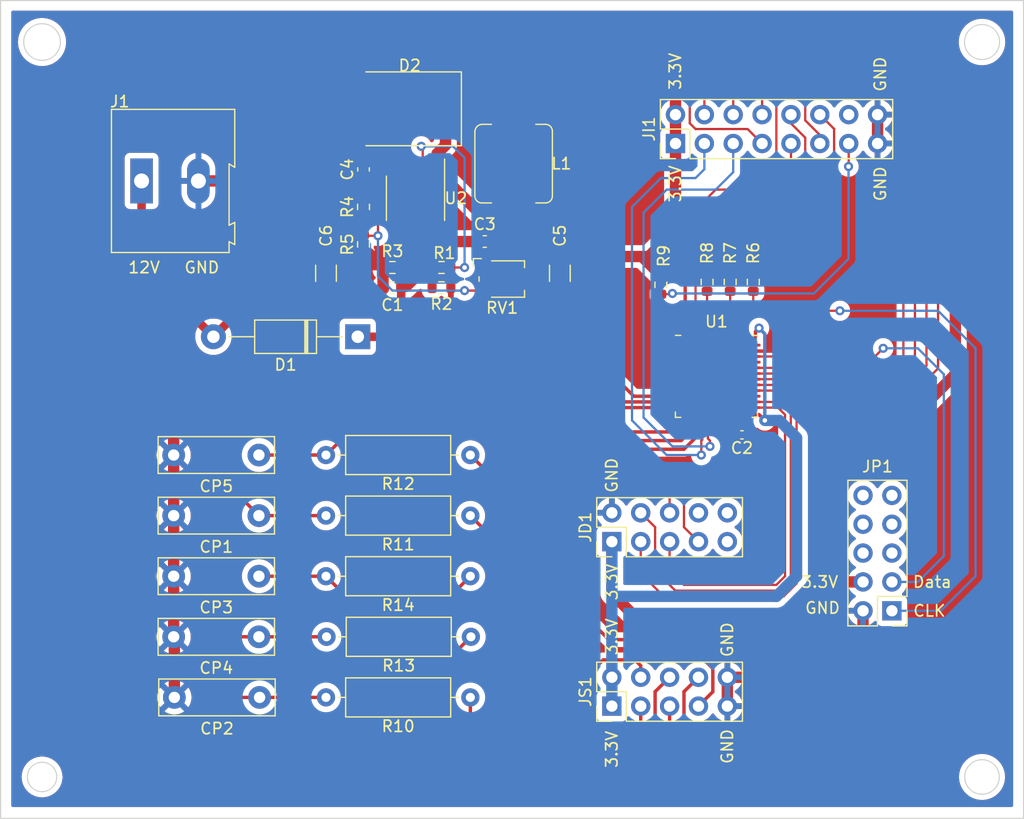
<source format=kicad_pcb>
(kicad_pcb (version 20211014) (generator pcbnew)
  (layers (0 "F.Cu" signal) (31 "B.Cu" signal) (34 "B.Paste" user) (35 "F.Paste" user) (36 "B.SilkS" user "B.Silkscreen") (37 "F.SilkS" user "F.Silkscreen") (38 "B.Mask" user) (39 "F.Mask" user) (44 "Edge.Cuts" user))
  (net 0 "")
  (net 1 "GND")
  (net 2 "Net-(C1-Pad2)")
  (net 3 "Net-(C3-Pad1)")
  (net 4 "Net-(C3-Pad2)")
  (net 5 "Net-(C4-Pad1)")
  (net 6 "Net-(C4-Pad2)")
  (net 7 "+3.3V")
  (net 8 "Net-(CP1-Pad1)")
  (net 9 "Net-(CP2-Pad1)")
  (net 10 "Net-(CP3-Pad1)")
  (net 11 "Net-(CP4-Pad1)")
  (net 12 "Net-(CP5-Pad1)")
  (net 13 "+12V")
  (net 14 "Net-(JD1-Pad3)")
  (net 15 "Net-(JD1-Pad4)")
  (net 16 "Net-(JD1-Pad5)")
  (net 17 "Net-(JD1-Pad6)")
  (net 18 "Net-(JD1-Pad7)")
  (net 22 "Net-(JI1-Pad3)")
  (net 23 "Net-(JI1-Pad4)")
  (net 24 "Net-(JI1-Pad5)")
  (net 25 "Net-(JI1-Pad6)")
  (net 26 "Net-(JI1-Pad7)")
  (net 27 "Net-(JI1-Pad8)")
  (net 28 "Net-(JI1-Pad9)")
  (net 29 "Net-(JI1-Pad10)")
  (net 30 "Net-(JI1-Pad11)")
  (net 31 "Net-(JI1-Pad12)")
  (net 32 "Net-(JI1-Pad13)")
  (net 34 "Net-(JS1-Pad3)")
  (net 35 "Net-(JS1-Pad4)")
  (net 36 "Net-(JS1-Pad5)")
  (net 37 "Net-(JS1-Pad6)")
  (net 38 "Net-(JS1-Pad7)")
  (net 39 "Net-(JS1-Pad8)")
  (net 40 "Net-(R1-Pad1)")
  (net 41 "Net-(R3-Pad2)")
  (net 42 "Net-(R5-Pad2)")
  (net 43 "Net-(R6-Pad1)")
  (net 44 "Net-(R7-Pad1)")
  (net 45 "Net-(R8-Pad1)")
  (net 60 "Net-(C2-Pad2)")
  (net 67 "Net-(U1-Pad37)")
  (net 68 "Net-(U1-Pad34)")
  (footprint "Connector_PinHeader_2.54mm:PinHeader_2x05_P2.54mm_Vertical" (layer "F.Cu") (at 153.421 93.721 180)
    (fp_text reference "JP1")
    (fp_text value "Programming")
  )
  (footprint "Capacitor_THT:C_Rect_L10.0mm_W3.0mm_P7.50mm_MKS4" (layer "F.Cu") (at 97.73 96.012 180)
    (fp_text reference "CP4")
    (fp_text value "1µF")
  )
  (footprint "Package_SO:SOIC-8-1EP_3.9x4.9mm_P1.27mm_EP2.62x3.51mm" (layer "F.Cu") (at 111.506 57.404 -90)
    (fp_text reference "U2")
    (fp_text value "MP1584EN")
  )
  (footprint "Resistor_SMD:R_0603_1608Metric" (layer "F.Cu") (at 139.192 64.77 90)
    (fp_text reference "R7")
    (fp_text value "R")
  )
  (footprint "Resistor_THT:R_Axial_DIN0309_L9.0mm_D3.2mm_P12.70mm_Horizontal" (layer "F.Cu") (at 103.632 101.346)
    (fp_text reference "R10")
    (fp_text value "R")
  )
  (footprint "Capacitor_THT:C_Rect_L10.0mm_W3.0mm_P7.50mm_MKS4" (layer "F.Cu") (at 97.79 101.346 180)
    (fp_text reference "CP2")
    (fp_text value "1µF")
  )
  (footprint "Capacitor_THT:C_Rect_L10.0mm_W3.0mm_P7.50mm_MKS4" (layer "F.Cu") (at 97.73 85.344 180)
    (fp_text reference "CP1")
    (fp_text value "1µF")
  )
  (footprint "Connector_PinHeader_2.54mm:PinHeader_2x05_P2.54mm_Vertical" (layer "F.Cu") (at 128.783 87.635 90)
    (fp_text reference "JD1")
    (fp_text value "Display")
  )
  (footprint "Resistor_SMD:R_0603_1608Metric" (layer "F.Cu") (at 113.792 65.278 180)
    (fp_text reference "R2")
    (fp_text value "100k")
  )
  (footprint "Resistor_SMD:R_0603_1608Metric" (layer "F.Cu") (at 106.934 61.468 90)
    (fp_text reference "R5")
    (fp_text value "8.2k")
  )
  (footprint "Resistor_THT:R_Axial_DIN0309_L9.0mm_D3.2mm_P12.70mm_Horizontal" (layer "F.Cu") (at 103.632 80.01)
    (fp_text reference "R12")
    (fp_text value "R")
  )
  (footprint "Diode_SMD:D_SMC" (layer "F.Cu") (at 110.744 49.53 180)
    (fp_text reference "D2")
    (fp_text value "SS34")
  )
  (footprint "Capacitor_SMD:C_0402_1005Metric" (layer "F.Cu") (at 140.228 78.232 180)
    (fp_text reference "C2")
    (fp_text value "2.2µF")
  )
  (footprint "Resistor_SMD:R_0603_1608Metric" (layer "F.Cu") (at 137.16 64.77 90)
    (fp_text reference "R8")
    (fp_text value "R")
  )
  (footprint "Capacitor_THT:C_Rect_L10.0mm_W3.0mm_P7.50mm_MKS4" (layer "F.Cu") (at 97.73 80.01 180)
    (fp_text reference "CP5")
    (fp_text value "1µF")
  )
  (footprint "Capacitor_SMD:C_0603_1608Metric" (layer "F.Cu") (at 106.934 54.864 90)
    (fp_text reference "C4")
    (fp_text value "C")
  )
  (footprint "Capacitor_SMD:C_0603_1608Metric" (layer "F.Cu") (at 117.602 61.214)
    (fp_text reference "C3")
    (fp_text value "C")
  )
  (footprint "Resistor_THT:R_Axial_DIN0309_L9.0mm_D3.2mm_P12.70mm_Horizontal" (layer "F.Cu") (at 116.38 96.012 180)
    (fp_text reference "R13")
    (fp_text value "R")
  )
  (footprint "Resistor_THT:R_Axial_DIN0309_L9.0mm_D3.2mm_P12.70mm_Horizontal" (layer "F.Cu") (at 103.632 85.344)
    (fp_text reference "R11")
    (fp_text value "R")
  )
  (footprint "Resistor_SMD:R_0603_1608Metric" (layer "F.Cu") (at 133.096 65.024 90)
    (fp_text reference "R9")
    (fp_text value "R")
  )
  (footprint "Resistor_SMD:R_0603_1608Metric" (layer "F.Cu") (at 113.792 63.5 180)
    (fp_text reference "R1")
    (fp_text value "100k")
  )
  (footprint "Connector_PinHeader_2.54mm:PinHeader_2x08_P2.54mm_Vertical" (layer "F.Cu") (at 134.381 52.583 90)
    (fp_text reference "JI1")
    (fp_text value "Info/Switches")
  )
  (footprint "Inductor_SMD:L_Bourns_SRP7028A_7.3x6.6mm" (layer "F.Cu") (at 120.142 54.356 -90)
    (fp_text reference "L1")
    (fp_text value "L")
  )
  (footprint "Capacitor_SMD:C_0603_1608Metric" (layer "F.Cu") (at 109.474 65.278)
    (fp_text reference "C1")
    (fp_text value "C")
  )
  (footprint "Resistor_SMD:R_0603_1608Metric" (layer "F.Cu") (at 141.224 64.77 90)
    (fp_text reference "R6")
    (fp_text value "R")
  )
  (footprint "Package_DFN_QFN:QFN-48-1EP_7x7mm_P0.5mm_EP5.6x5.6mm" (layer "F.Cu") (at 137.984 73.084)
    (fp_text reference "U1")
    (fp_text value "STM32F401CCUx")
  )
  (footprint "Resistor_THT:R_Axial_DIN0309_L9.0mm_D3.2mm_P12.70mm_Horizontal" (layer "F.Cu") (at 116.332 90.678 180)
    (fp_text reference "R14")
    (fp_text value "R")
  )
  (footprint "Diode_THT:D_DO-41_SOD81_P12.70mm_Horizontal" (layer "F.Cu") (at 106.426 69.596 180)
    (fp_text reference "D1")
    (fp_text value "1N5408")
  )
  (footprint "Capacitor_SMD:C_1206_3216Metric" (layer "F.Cu") (at 124.206 64.008 90)
    (fp_text reference "C5")
    (fp_text value "C")
  )
  (footprint "Potentiometer_SMD:Potentiometer_Bourns_TC33X_Vertical" (layer "F.Cu") (at 119.2 64.516)
    (fp_text reference "RV1")
    (fp_text value "R_Potentiometer")
  )
  (footprint "Capacitor_SMD:C_1206_3216Metric" (layer "F.Cu") (at 103.632 64.008 -90)
    (fp_text reference "C6")
    (fp_text value "C")
  )
  (footprint "TerminalBlock:TerminalBlock_Altech_AK300-2_P5.00mm" (layer "F.Cu") (at 87.405 55.88)
    (fp_text reference "J1")
    (fp_text value "Input")
  )
  (footprint "Connector_PinHeader_2.54mm:PinHeader_2x05_P2.54mm_Vertical" (layer "F.Cu") (at 128.783 102.113 90)
    (fp_text reference "JS1")
    (fp_text value "Sensors")
  )
  (footprint "Capacitor_THT:C_Rect_L10.0mm_W3.0mm_P7.50mm_MKS4" (layer "F.Cu") (at 97.73 90.678 180)
    (fp_text reference "CP3")
    (fp_text value "1µF")
  )
  (footprint "Resistor_SMD:R_0603_1608Metric" (layer "F.Cu") (at 106.934 58.166 90)
    (fp_text reference "R4")
    (fp_text value "100k")
  )
  (footprint "Resistor_SMD:R_0603_1608Metric" (layer "F.Cu") (at 109.474 63.5)
    (fp_text reference "R3")
    (fp_text value "100k")
  )
  (gr_circle (center 161.35 43.65) (end 162.895022 43.65) (layer "Edge.Cuts") (width 0.1) (fill none))
  (gr_circle (center 78.65 43.65) (end 80.265 43.65) (layer "Edge.Cuts") (width 0.1) (fill none))
  (gr_circle (center 78.65 108.35) (end 79.945151 108.35) (layer "Edge.Cuts") (width 0.1) (fill none))
  (gr_circle (center 161.35 108.35) (end 162.874 108.35) (layer "Edge.Cuts") (width 0.1) (fill none))
  (gr_rect (start 75 40) (end 165 112) (layer "Edge.Cuts") (width 0.1) (fill none))
  (gr_text "GND" (at 138.938 96.266 90) (layer "F.SilkS") (effects (font (size 1 1))))
  (gr_text "GND" (at 138.938 105.664 90) (layer "F.SilkS") (effects (font (size 1 1))))
  (gr_text "3.3V" (at 147.066 91.186) (layer "F.SilkS") (effects (font (size 1 1))))
  (gr_text "12V" (at 87.63 63.5) (layer "F.SilkS") (effects (font (size 1 1))))
  (gr_text "CLK" (at 156.718 93.726) (layer "F.SilkS") (effects (font (size 1 1))))
  (gr_text "GND" (at 152.4 56.134 90) (layer "F.SilkS") (effects (font (size 1 1))))
  (gr_text "GND" (at 92.71 63.5) (layer "F.SilkS") (effects (font (size 1 1))))
  (gr_text "Data" (at 156.972 91.186) (layer "F.SilkS") (effects (font (size 1 1))))
  (gr_text "3.3V" (at 128.778 105.918 90) (layer "F.SilkS") (effects (font (size 1 1))))
  (gr_text "3.3V" (at 134.366 46.228 90) (layer "F.SilkS") (effects (font (size 1 1))))
  (gr_text "GND" (at 152.4 46.482 90) (layer "F.SilkS") (effects (font (size 1 1))))
  (gr_text "3.3V" (at 128.778 91.186 90) (layer "F.SilkS") (effects (font (size 1 1))))
  (gr_text "GND" (at 128.778 81.788 90) (layer "F.SilkS") (effects (font (size 1 1))))
  (gr_text "3.3V" (at 128.778 96.012 90) (layer "F.SilkS") (effects (font (size 1 1))))
  (gr_text "GND" (at 147.32 93.472) (layer "F.SilkS") (effects (font (size 1 1))))
  (gr_text "3.3V" (at 134.366 56.134 90) (layer "F.SilkS") (effects (font (size 1 1))))
  (segment (start 103.632 62.533) (end 106.694 62.533) (width 1) (layer "F.Cu") (net 1))
  (segment (start 114.617 70.295) (end 113.284 71.628) (width 0.3) (layer "F.Cu") (net 1))
  (segment (start 107.344 49.53) (end 99.822 49.53) (width 1) (layer "F.Cu") (net 1))
  (segment (start 122.985 65.483) (end 121.666 66.802) (width 0.3) (layer "F.Cu") (net 1))
  (segment (start 147.061 99.573) (end 138.943 99.573) (width 1) (layer "F.Cu") (net 1))
  (segment (start 152.161 52.583) (end 152.161 67.549) (width 0.3) (layer "F.Cu") (net 1))
  (segment (start 137.234 72.334) (end 137.234 69.6465) (width 0.3) (layer "F.Cu") (net 1))
  (segment (start 150.881 95.753) (end 147.061 99.573) (width 1) (layer "F.Cu") (net 1))
  (segment (start 150.881 93.721) (end 150.881 95.753) (width 1) (layer "F.Cu") (net 1))
  (segment (start 102.108 67.31) (end 106.667 67.31) (width 1) (layer "F.Cu") (net 1))
  (segment (start 140.234 76.000637) (end 140.234 76.5215) (width 0.3) (layer "F.Cu") (net 1))
  (segment (start 111.506 57.404) (end 110.236 57.404) (width 0.3) (layer "F.Cu") (net 1))
  (segment (start 124.206 68.326) (end 124.206 65.483) (width 0.3) (layer "F.Cu") (net 1))
  (segment (start 106.694 62.533) (end 106.934 62.293) (width 1) (layer "F.Cu") (net 1))
  (segment (start 99.822 67.31) (end 102.108 67.31) (width 1) (layer "F.Cu") (net 1))
  (segment (start 113.284 71.628) (end 103.632 71.628) (width 0.3) (layer "F.Cu") (net 1))
  (segment (start 109.601 61.341) (end 108.0455 62.8965) (width 0.3) (layer "F.Cu") (net 1))
  (segment (start 90.29 96.072) (end 90.23 96.012) (width 1) (layer "F.Cu") (net 1))
  (segment (start 103.632 71.628) (end 102.108 70.104) (width 0.3) (layer "F.Cu") (net 1))
  (segment (start 110.236 57.404) (end 109.601 58.039) (width 0.3) (layer "F.Cu") (net 1))
  (segment (start 100.09 58.991) (end 100.0515 58.9525) (width 1) (layer "F.Cu") (net 1))
  (segment (start 102.108 70.104) (end 102.108 67.31) (width 0.3) (layer "F.Cu") (net 1))
  (segment (start 134.5465 73.834) (end 132 73.834) (width 0.3) (layer "F.Cu") (net 1))
  (segment (start 92.405 55.88) (end 96.979 55.88) (width 1) (layer "F.Cu") (net 1))
  (segment (start 114.617 66.739) (end 114.617 70.295) (width 0.3) (layer "F.Cu") (net 1))
  (segment (start 140.234 77.242) (end 140.716 77.724) (width 0.3) (layer "F.Cu") (net 1))
  (segment (start 96.979 55.88) (end 100.0515 58.9525) (width 1) (layer "F.Cu") (net 1))
  (segment (start 137.984 72.534) (end 135.734 70.284) (width 0.3) (layer "F.Cu") (net 1))
  (segment (start 109.601 59.884) (end 109.601 61.341) (width 0.3) (layer "F.Cu") (net 1))
  (segment (start 140.234 70.834) (end 137.984 73.084) (width 0.3) (layer "F.Cu") (net 1))
  (segment (start 90.23 96.012) (end 90.23 90.678) (width 1) (layer "F.Cu") (net 1))
  (segment (start 140.234 76.5215) (end 140.234 77.242) (width 0.3) (layer "F.Cu") (net 1))
  (segment (start 137.984 73.084) (end 137.984 72.534) (width 0.3) (layer "F.Cu") (net 1))
  (segment (start 90.23 76.902) (end 99.822 67.31) (width 1) (layer "F.Cu") (net 1))
  (segment (start 148.851 70.859) (end 141.4465 70.859) (width 0.3) (layer "F.Cu") (net 1))
  (segment (start 100.0515 58.9525) (end 103.632 62.533) (width 1) (layer "F.Cu") (net 1))
  (segment (start 128.524 70.358) (end 126.238 70.358) (width 0.3) (layer "F.Cu") (net 1))
  (segment (start 138.943 102.113) (end 138.943 99.573) (width 1) (layer "F.Cu") (net 1))
  (segment (start 152.161 50.043) (end 152.161 52.583) (width 1) (layer "F.Cu") (net 1))
  (segment (start 106.667 67.31) (end 108.699 65.278) (width 1) (layer "F.Cu") (net 1))
  (segment (start 132 73.834) (end 128.524 70.358) (width 0.3) (layer "F.Cu") (net 1))
  (segment (start 90.23 80.01) (end 90.23 85.344) (width 1) (layer "F.Cu") (net 1))
  (segment (start 152.161 67.549) (end 148.851 70.859) (width 0.3) (layer "F.Cu") (net 1))
  (segment (start 135.734 70.284) (end 135.734 69.6465) (width 0.3) (layer "F.Cu") (net 1))
  (segment (start 90.23 85.344) (end 90.23 90.678) (width 1) (layer "F.Cu") (net 1))
  (segment (start 141.4215 70.834) (end 140.234 70.834) (width 0.3) (layer "F.Cu") (net 1))
  (segment (start 126.238 70.358) (end 124.206 68.326) (width 0.3) (layer "F.Cu") (net 1))
  (segment (start 108.649 65.228) (end 108.699 65.278) (width 1) (layer "F.Cu") (net 1))
  (segment (start 137.984 73.084) (end 137.234 72.334) (width 0.3) (layer "F.Cu") (net 1))
  (segment (start 114.68 66.802) (end 114.617 66.739) (width 0.3) (layer "F.Cu") (net 1))
  (segment (start 90.29 101.346) (end 90.29 96.072) (width 1) (layer "F.Cu") (net 1))
  (segment (start 106.934 62.293) (end 107.442 62.293) (width 1) (layer "F.Cu") (net 1))
  (segment (start 108.649 63.5) (end 108.649 65.228) (width 1) (layer "F.Cu") (net 1))
  (segment (start 99.822 49.53) (end 96.979 52.373) (width 1) (layer "F.Cu") (net 1))
  (segment (start 141.4465 70.859) (end 141.4215 70.834) (width 0.3) (layer "F.Cu") (net 1))
  (segment (start 96.979 52.373) (end 96.979 55.88) (width 1) (layer "F.Cu") (net 1))
  (segment (start 90.23 80.01) (end 90.23 76.902) (width 1) (layer "F.Cu") (net 1))
  (segment (start 114.617 65.278) (end 114.617 66.739) (width 0.3) (layer "F.Cu") (net 1))
  (segment (start 137.984 73.084) (end 137.234 73.834) (width 0.3) (layer "F.Cu") (net 1))
  (segment (start 108.0455 62.8965) (end 108.649 63.5) (width 1) (layer "F.Cu") (net 1))
  (segment (start 124.206 65.483) (end 122.985 65.483) (width 0.3) (layer "F.Cu") (net 1))
  (segment (start 109.601 58.039) (end 109.601 59.884) (width 0.3) (layer "F.Cu") (net 1))
  (segment (start 137.234 73.000637) (end 140.234 76.000637) (width 0.3) (layer "F.Cu") (net 1))
  (segment (start 140.716 78.224) (end 140.708 78.232) (width 0.3) (layer "F.Cu") (net 1))
  (segment (start 106.934 58.991) (end 100.09 58.991) (width 1) (layer "F.Cu") (net 1))
  (segment (start 121.666 66.802) (end 114.68 66.802) (width 0.3) (layer "F.Cu") (net 1))
  (segment (start 137.234 69.6465) (end 137.234 73.000637) (width 0.3) (layer "F.Cu") (net 1))
  (segment (start 140.716 77.724) (end 140.716 78.224) (width 0.3) (layer "F.Cu") (net 1))
  (segment (start 107.442 62.293) (end 108.0455 62.8965) (width 1) (layer "F.Cu") (net 1))
  (segment (start 137.234 73.834) (end 134.5465 73.834) (width 0.3) (layer "F.Cu") (net 1))
  (segment (start 106.426 69.596) (end 108.712 69.596) (width 0.75) (layer "F.Cu") (net 2))
  (segment (start 110.249 65.278) (end 110.744 65.278) (width 0.75) (layer "F.Cu") (net 2))
  (segment (start 112.141 59.884) (end 112.141 61.849) (width 0.75) (layer "F.Cu") (net 2))
  (segment (start 110.744 65.278) (end 112.522 63.5) (width 0.75) (layer "F.Cu") (net 2))
  (segment (start 112.522 63.5) (end 112.967 63.5) (width 0.75) (layer "F.Cu") (net 2))
  (segment (start 113.03 63.437) (end 112.967 63.5) (width 0.75) (layer "F.Cu") (net 2))
  (segment (start 113.03 62.738) (end 113.03 63.437) (width 0.75) (layer "F.Cu") (net 2))
  (segment (start 110.249 68.059) (end 110.249 65.278) (width 0.75) (layer "F.Cu") (net 2))
  (segment (start 112.141 61.849) (end 113.03 62.738) (width 0.75) (layer "F.Cu") (net 2))
  (segment (start 108.712 69.596) (end 110.249 68.059) (width 0.75) (layer "F.Cu") (net 2))
  (segment (start 113.516 59.989) (end 113.516 59.884) (width 1) (layer "F.Cu") (net 3))
  (segment (start 116.827 61.214) (end 114.741 61.214) (width 1) (layer "F.Cu") (net 3))
  (segment (start 114.741 61.214) (end 113.516 59.989) (width 1) (layer "F.Cu") (net 3))
  (segment (start 113.411 54.991) (end 113.411 54.924) (width 1) (layer "F.Cu") (net 4))
  (segment (start 114.144 52.734) (end 113.411 53.467) (width 1) (layer "F.Cu") (net 4))
  (segment (start 114.144 49.53) (end 114.144 52.734) (width 1) (layer "F.Cu") (net 4))
  (segment (start 118.377 59.957) (end 113.411 54.991) (width 1) (layer "F.Cu") (net 4))
  (segment (start 118.377 61.214) (end 118.377 59.957) (width 1) (layer "F.Cu") (net 4))
  (segment (start 113.411 53.467) (end 113.411 54.924) (width 1) (layer "F.Cu") (net 4))
  (segment (start 118.041 49.53) (end 120.142 51.631) (width 1) (layer "F.Cu") (net 4))
  (segment (start 114.144 49.53) (end 118.041 49.53) (width 1) (layer "F.Cu") (net 4))
  (segment (start 106.934 55.639) (end 106.934 57.341) (width 0.2) (layer "F.Cu") (net 5))
  (segment (start 106.934 53.594) (end 107.696 52.832) (width 0.2) (layer "F.Cu") (net 6))
  (segment (start 109.982 52.832) (end 110.871 53.721) (width 0.2) (layer "F.Cu") (net 6))
  (segment (start 106.934 54.089) (end 106.934 53.594) (width 0.2) (layer "F.Cu") (net 6))
  (segment (start 107.696 52.832) (end 109.982 52.832) (width 0.2) (layer "F.Cu") (net 6))
  (segment (start 110.871 53.721) (end 110.871 54.924) (width 0.2) (layer "F.Cu") (net 6))
  (segment (start 135.234 69.6465) (end 135.1835 69.596) (width 0.3) (layer "F.Cu") (net 7))
  (segment (start 155.194 43.18) (end 159.004 46.99) (width 1) (layer "F.Cu") (net 7))
  (segment (start 120.65 64.516) (end 119.65 63.516) (width 1) (layer "F.Cu") (net 7))
  (segment (start 135.1835 69.596) (end 134.874 69.596) (width 0.3) (layer "F.Cu") (net 7))
  (segment (start 159.004 72.898) (end 156.718 75.184) (width 1) (layer "F.Cu") (net 7))
  (segment (start 144.272 94.234) (end 130.82 94.234) (width 1) (layer "F.Cu") (net 7))
  (segment (start 134.874 69.596) (end 134.5465 69.9235) (width 0.3) (layer "F.Cu") (net 7))
  (segment (start 134.381 52.583) (end 134.381 50.043) (width 1) (layer "F.Cu") (net 7))
  (segment (start 142.24 76.962) (end 141.732 76.454) (width 0.3) (layer "F.Cu") (net 7))
  (segment (start 147.574 90.932) (end 144.272 94.234) (width 1) (layer "F.Cu") (net 7))
  (segment (start 150.881 91.181) (end 147.823 91.181) (width 1) (layer "F.Cu") (net 7))
  (segment (start 135.234 64.876) (end 135.234 69.6465) (width 0.3) (layer "F.Cu") (net 7))
  (segment (start 149.352 75.184) (end 147.574 76.962) (width 1) (layer "F.Cu") (net 7))
  (segment (start 131.43 62.533) (end 132.031 62.533) (width 1) (layer "F.Cu") (net 7))
  (segment (start 134.5465 69.9235) (end 134.5465 70.334) (width 0.3) (layer "F.Cu") (net 7))
  (segment (start 134.557 64.199) (end 135.234 64.876) (width 0.3) (layer "F.Cu") (net 7))
  (segment (start 140.8015 76.454) (end 140.734 76.5215) (width 0.3) (layer "F.Cu") (net 7))
  (segment (start 124.206 62.533) (end 131.43 62.533) (width 1) (layer "F.Cu") (net 7))
  (segment (start 134.381 60.183) (end 134.381 52.583) (width 1) (layer "F.Cu") (net 7))
  (segment (start 120.142 57.081) (end 121.089 57.081) (width 1) (layer "F.Cu") (net 7))
  (segment (start 141.732 76.454) (end 140.8015 76.454) (width 0.3) (layer "F.Cu") (net 7))
  (segment (start 134.381 50.043) (end 134.381 45.959) (width 1) (layer "F.Cu") (net 7))
  (segment (start 141.732 68.834) (end 141.4215 69.1445) (width 0.3) (layer "F.Cu") (net 7))
  (segment (start 156.718 75.184) (end 149.352 75.184) (width 1) (layer "F.Cu") (net 7))
  (segment (start 120.65 63.246) (end 121.363 62.533) (width 1) (layer "F.Cu") (net 7))
  (segment (start 132.031 62.533) (end 134.381 60.183) (width 1) (layer "F.Cu") (net 7))
  (segment (start 120.65 64.516) (end 120.65 63.246) (width 1) (layer "F.Cu") (net 7))
  (segment (start 137.16 43.18) (end 155.194 43.18) (width 1) (layer "F.Cu") (net 7))
  (segment (start 130.82 94.234) (end 128.783 92.197) (width 1) (layer "F.Cu") (net 7))
  (segment (start 133.096 64.199) (end 134.557 64.199) (width 0.3) (layer "F.Cu") (net 7))
  (segment (start 124.206 60.198) (end 124.206 62.533) (width 1) (layer "F.Cu") (net 7))
  (segment (start 147.823 91.181) (end 147.574 90.932) (width 1) (layer "F.Cu") (net 7))
  (segment (start 128.783 92.197) (end 128.783 87.635) (width 1) (layer "F.Cu") (net 7))
  (segment (start 121.363 62.533) (end 124.206 62.533) (width 1) (layer "F.Cu") (net 7))
  (segment (start 159.004 46.99) (end 159.004 72.898) (width 1) (layer "F.Cu") (net 7))
  (segment (start 121.089 57.081) (end 124.206 60.198) (width 1) (layer "F.Cu") (net 7))
  (segment (start 134.381 45.959) (end 137.16 43.18) (width 1) (layer "F.Cu") (net 7))
  (segment (start 142.24 76.962) (end 141.986 76.962) (width 0.3) (layer "F.Cu") (net 7))
  (segment (start 147.574 76.962) (end 147.574 90.932) (width 1) (layer "F.Cu") (net 7))
  (segment (start 131.43 62.533) (end 133.096 64.199) (width 1) (layer "F.Cu") (net 7))
  (segment (start 141.4215 69.1445) (end 141.4215 70.334) (width 0.3) (layer "F.Cu") (net 7))
  (segment (start 119.65 63.516) (end 117.4 63.516) (width 1) (layer "F.Cu") (net 7))
  (via (at 142.24 76.962) (size 0.8) (drill 0.4) (layers "F.Cu" "B.Cu") (net 7))
  (via (at 141.732 68.834) (size 0.8) (drill 0.4) (layers "F.Cu" "B.Cu") (net 7))
  (segment (start 128.783 99.573) (end 128.783 102.113) (width 1) (layer "B.Cu") (net 7))
  (segment (start 142.24 76.962) (end 142.24 69.342) (width 0.3) (layer "B.Cu") (net 7))
  (segment (start 128.783 92.451) (end 128.783 99.573) (width 1) (layer "B.Cu") (net 7))
  (segment (start 145.034 78.486) (end 145.034 90.678) (width 1) (layer "B.Cu") (net 7))
  (segment (start 142.24 69.342) (end 141.732 68.834) (width 0.3) (layer "B.Cu") (net 7))
  (segment (start 128.783 87.635) (end 128.783 92.451) (width 1) (layer "B.Cu") (net 7))
  (segment (start 145.034 90.678) (end 143.261 92.451) (width 1) (layer "B.Cu") (net 7))
  (segment (start 142.24 76.962) (end 143.51 76.962) (width 1) (layer "B.Cu") (net 7))
  (segment (start 143.261 92.451) (end 128.783 92.451) (width 1) (layer "B.Cu") (net 7))
  (segment (start 143.51 76.962) (end 145.034 78.486) (width 1) (layer "B.Cu") (net 7))
  (segment (start 97.79 75.692) (end 127 75.692) (width 0.3) (layer "F.Cu") (net 8))
  (segment (start 134.62 77.978) (end 135.234 77.364) (width 0.3) (layer "F.Cu") (net 8))
  (segment (start 129.286 77.978) (end 134.62 77.978) (width 0.3) (layer "F.Cu") (net 8))
  (segment (start 135.234 77.364) (end 135.234 76.5215) (width 0.3) (layer "F.Cu") (net 8))
  (segment (start 95.758 83.372) (end 95.758 77.724) (width 0.3) (layer "F.Cu") (net 8))
  (segment (start 97.73 85.344) (end 95.758 83.372) (width 0.3) (layer "F.Cu") (net 8))
  (segment (start 95.758 77.724) (end 97.79 75.692) (width 0.3) (layer "F.Cu") (net 8))
  (segment (start 127 75.692) (end 129.286 77.978) (width 0.3) (layer "F.Cu") (net 8))
  (segment (start 97.73 85.344) (end 103.632 85.344) (width 0.3) (layer "F.Cu") (net 8))
  (segment (start 96.774 73.66) (end 128.27 73.66) (width 0.3) (layer "F.Cu") (net 9))
  (segment (start 93.726 99.06) (end 93.726 76.708) (width 0.3) (layer "F.Cu") (net 9))
  (segment (start 97.79 101.346) (end 96.012 101.346) (width 0.3) (layer "F.Cu") (net 9))
  (segment (start 93.726 76.708) (end 96.774 73.66) (width 0.3) (layer "F.Cu") (net 9))
  (segment (start 129.944 75.334) (end 134.5465 75.334) (width 0.3) (layer "F.Cu") (net 9))
  (segment (start 96.012 101.346) (end 93.726 99.06) (width 0.3) (layer "F.Cu") (net 9))
  (segment (start 97.79 101.346) (end 103.632 101.346) (width 0.3) (layer "F.Cu") (net 9))
  (segment (start 128.27 73.66) (end 129.944 75.334) (width 0.3) (layer "F.Cu") (net 9))
  (segment (start 92.71 76.454) (end 96.52 72.644) (width 0.3) (layer "F.Cu") (net 10))
  (segment (start 96.52 72.644) (end 128.524 72.644) (width 0.3) (layer "F.Cu") (net 10))
  (segment (start 97.73 90.678) (end 103.632 90.678) (width 0.3) (layer "F.Cu") (net 10))
  (segment (start 105.664 92.71) (end 105.664 102.362) (width 0.3) (layer "F.Cu") (net 10))
  (segment (start 94.488 103.886) (end 92.71 102.108) (width 0.3) (layer "F.Cu") (net 10))
  (segment (start 130.714 74.834) (end 134.5465 74.834) (width 0.3) (layer "F.Cu") (net 10))
  (segment (start 105.664 102.362) (end 104.14 103.886) (width 0.3) (layer "F.Cu") (net 10))
  (segment (start 104.14 103.886) (end 94.488 103.886) (width 0.3) (layer "F.Cu") (net 10))
  (segment (start 128.524 72.644) (end 130.714 74.834) (width 0.3) (layer "F.Cu") (net 10))
  (segment (start 92.71 102.108) (end 92.71 76.454) (width 0.3) (layer "F.Cu") (net 10))
  (segment (start 103.632 90.678) (end 105.664 92.71) (width 0.3) (layer "F.Cu") (net 10))
  (segment (start 94.742 94.996) (end 94.742 77.216) (width 0.3) (layer "F.Cu") (net 11))
  (segment (start 128.016 74.676) (end 129.174 75.834) (width 0.3) (layer "F.Cu") (net 11))
  (segment (start 97.73 96.012) (end 103.68 96.012) (width 0.3) (layer "F.Cu") (net 11))
  (segment (start 129.174 75.834) (end 134.5465 75.834) (width 0.3) (layer "F.Cu") (net 11))
  (segment (start 94.742 77.216) (end 97.282 74.676) (width 0.3) (layer "F.Cu") (net 11))
  (segment (start 95.758 96.012) (end 94.742 94.996) (width 0.3) (layer "F.Cu") (net 11))
  (segment (start 97.282 74.676) (end 128.016 74.676) (width 0.3) (layer "F.Cu") (net 11))
  (segment (start 97.73 96.012) (end 95.758 96.012) (width 0.3) (layer "F.Cu") (net 11))
  (segment (start 126.492 76.708) (end 128.524 78.74) (width 0.3) (layer "F.Cu") (net 12))
  (segment (start 103.632 80.01) (end 106.934 76.708) (width 0.3) (layer "F.Cu") (net 12))
  (segment (start 97.73 80.01) (end 103.632 80.01) (width 0.3) (layer "F.Cu") (net 12))
  (segment (start 128.524 78.74) (end 134.874 78.74) (width 0.3) (layer "F.Cu") (net 12))
  (segment (start 134.874 78.74) (end 135.734 77.88) (width 0.3) (layer "F.Cu") (net 12))
  (segment (start 135.734 77.88) (end 135.734 76.5215) (width 0.3) (layer "F.Cu") (net 12))
  (segment (start 106.934 76.708) (end 126.492 76.708) (width 0.3) (layer "F.Cu") (net 12))
  (segment (start 97.79 65.532) (end 103.583 65.532) (width 0.75) (layer "F.Cu") (net 13))
  (segment (start 87.405 55.88) (end 87.405 63.275) (width 0.75) (layer "F.Cu") (net 13))
  (segment (start 87.405 63.275) (end 93.726 69.596) (width 0.75) (layer "F.Cu") (net 13))
  (segment (start 103.583 65.532) (end 103.632 65.483) (width 0.75) (layer "F.Cu") (net 13))
  (segment (start 93.726 69.596) (end 97.79 65.532) (width 0.75) (layer "F.Cu") (net 13))
  (segment (start 141.4215 74.334) (end 144.184 74.334) (width 0.2) (layer "F.Cu") (net 14))
  (segment (start 131.318 90.424) (end 131.323 90.419) (width 0.2) (layer "F.Cu") (net 14))
  (segment (start 131.323 90.419) (end 131.323 87.635) (width 0.2) (layer "F.Cu") (net 14))
  (segment (start 143.891 92.456) (end 133.35 92.456) (width 0.2) (layer "F.Cu") (net 14))
  (segment (start 145.034 75.184) (end 145.034 91.313) (width 0.2) (layer "F.Cu") (net 14))
  (segment (start 144.184 74.334) (end 145.034 75.184) (width 0.2) (layer "F.Cu") (net 14))
  (segment (start 145.034 91.313) (end 143.891 92.456) (width 0.2) (layer "F.Cu") (net 14))
  (segment (start 133.35 92.456) (end 131.318 90.424) (width 0.2) (layer "F.Cu") (net 14))
  (segment (start 132.588 90.17) (end 132.588 86.36) (width 0.2) (layer "F.Cu") (net 15))
  (segment (start 144.526 90.932) (end 143.51 91.948) (width 0.2) (layer "F.Cu") (net 15))
  (segment (start 134.366 91.948) (end 132.588 90.17) (width 0.2) (layer "F.Cu") (net 15))
  (segment (start 143.66 75.334) (end 144.526 76.2) (width 0.2) (layer "F.Cu") (net 15))
  (segment (start 132.588 86.36) (end 131.323 85.095) (width 0.2) (layer "F.Cu") (net 15))
  (segment (start 143.51 91.948) (end 134.366 91.948) (width 0.2) (layer "F.Cu") (net 15))
  (segment (start 141.4215 75.334) (end 143.66 75.334) (width 0.2) (layer "F.Cu") (net 15))
  (segment (start 144.526 76.2) (end 144.526 90.932) (width 0.2) (layer "F.Cu") (net 15))
  (segment (start 144.018 90.678) (end 144.018 76.454) (width 0.2) (layer "F.Cu") (net 16))
  (segment (start 135.128 91.44) (end 143.256 91.44) (width 0.2) (layer "F.Cu") (net 16))
  (segment (start 143.256 91.44) (end 144.018 90.678) (width 0.2) (layer "F.Cu") (net 16))
  (segment (start 143.398 75.834) (end 141.4215 75.834) (width 0.2) (layer "F.Cu") (net 16))
  (segment (start 133.863 90.175) (end 135.128 91.44) (width 0.2) (layer "F.Cu") (net 16))
  (segment (start 144.018 76.454) (end 143.398 75.834) (width 0.2) (layer "F.Cu") (net 16))
  (segment (start 133.863 87.635) (end 133.863 90.175) (width 0.2) (layer "F.Cu") (net 16))
  (segment (start 138.734 76.5215) (end 138.734 80.314) (width 0.2) (layer "F.Cu") (net 17))
  (segment (start 133.863 82.799) (end 135.128 81.534) (width 0.2) (layer "F.Cu") (net 17))
  (segment (start 135.128 81.534) (end 137.514 81.534) (width 0.2) (layer "F.Cu") (net 17))
  (segment (start 133.863 85.095) (end 133.863 82.799) (width 0.2) (layer "F.Cu") (net 17))
  (segment (start 137.514 81.534) (end 138.734 80.314) (width 0.2) (layer "F.Cu") (net 17))
  (segment (start 139.234 76.5215) (end 139.234 80.814) (width 0.2) (layer "F.Cu") (net 18))
  (segment (start 137.752 82.296) (end 139.234 80.814) (width 0.2) (layer "F.Cu") (net 18))
  (segment (start 135.89 82.296) (end 137.752 82.296) (width 0.2) (layer "F.Cu") (net 18))
  (segment (start 136.403 87.635) (end 135.128 86.36) (width 0.2) (layer "F.Cu") (net 18))
  (segment (start 135.128 86.36) (end 135.128 83.058) (width 0.2) (layer "F.Cu") (net 18))
  (segment (start 135.128 83.058) (end 135.89 82.296) (width 0.2) (layer "F.Cu") (net 18))
  (segment (start 136.734 78.658) (end 136.652 78.74) (width 0.2) (layer "F.Cu") (net 22))
  (segment (start 136.734 76.5215) (end 136.734 78.658) (width 0.2) (layer "F.Cu") (net 22))
  (segment (start 136.652 78.74) (end 136.652 80.01) (width 0.2) (layer "F.Cu") (net 22))
  (via (at 136.652 80.01) (size 0.8) (drill 0.4) (layers "F.Cu" "B.Cu") (net 22))
  (segment (start 133.096 55.626) (end 136.144 55.626) (width 0.2) (layer "B.Cu") (net 22))
  (segment (start 136.144 55.626) (end 136.921 54.849) (width 0.2) (layer "B.Cu") (net 22))
  (segment (start 130.556 58.166) (end 133.096 55.626) (width 0.2) (layer "B.Cu") (net 22))
  (segment (start 133.604 80.01) (end 130.556 76.962) (width 0.2) (layer "B.Cu") (net 22))
  (segment (start 136.652 80.01) (end 133.604 80.01) (width 0.2) (layer "B.Cu") (net 22))
  (segment (start 130.556 76.962) (end 130.556 58.166) (width 0.2) (layer "B.Cu") (net 22))
  (segment (start 136.921 54.849) (end 136.921 52.583) (width 0.2) (layer "B.Cu") (net 22))
  (segment (start 156.464 72.136) (end 156.464 48.006) (width 0.2) (layer "F.Cu") (net 23))
  (segment (start 136.921 47.483) (end 136.921 50.043) (width 0.2) (layer "F.Cu") (net 23))
  (segment (start 156.464 48.006) (end 153.924 45.466) (width 0.2) (layer "F.Cu") (net 23))
  (segment (start 138.938 45.466) (end 136.921 47.483) (width 0.2) (layer "F.Cu") (net 23))
  (segment (start 155.266 73.334) (end 156.464 72.136) (width 0.2) (layer "F.Cu") (net 23))
  (segment (start 153.924 45.466) (end 138.938 45.466) (width 0.2) (layer "F.Cu") (net 23))
  (segment (start 141.4215 73.334) (end 155.266 73.334) (width 0.2) (layer "F.Cu") (net 23))
  (segment (start 137.234 78.56) (end 137.414 78.74) (width 0.2) (layer "F.Cu") (net 24))
  (segment (start 137.234 76.5215) (end 137.234 78.56) (width 0.2) (layer "F.Cu") (net 24))
  (segment (start 137.414 78.74) (end 137.414 79.248) (width 0.2) (layer "F.Cu") (net 24))
  (via (at 137.414 79.248) (size 0.8) (drill 0.4) (layers "F.Cu" "B.Cu") (net 24))
  (segment (start 131.572 58.674) (end 133.604 56.642) (width 0.2) (layer "B.Cu") (net 24))
  (segment (start 134.112 79.248) (end 131.572 76.708) (width 0.2) (layer "B.Cu") (net 24))
  (segment (start 139.461 55.103) (end 139.461 52.583) (width 0.2) (layer "B.Cu") (net 24))
  (segment (start 133.604 56.642) (end 137.922 56.642) (width 0.2) (layer "B.Cu") (net 24))
  (segment (start 137.414 79.248) (end 134.112 79.248) (width 0.2) (layer "B.Cu") (net 24))
  (segment (start 131.572 76.708) (end 131.572 58.674) (width 0.2) (layer "B.Cu") (net 24))
  (segment (start 137.922 56.642) (end 139.461 55.103) (width 0.2) (layer "B.Cu") (net 24))
  (segment (start 141.4215 72.834) (end 154.496 72.834) (width 0.2) (layer "F.Cu") (net 25))
  (segment (start 154.496 72.834) (end 155.448 71.882) (width 0.2) (layer "F.Cu") (net 25))
  (segment (start 155.448 48.26) (end 153.416 46.228) (width 0.2) (layer "F.Cu") (net 25))
  (segment (start 139.461 47.767) (end 139.461 50.043) (width 0.2) (layer "F.Cu") (net 25))
  (segment (start 155.448 71.882) (end 155.448 48.26) (width 0.2) (layer "F.Cu") (net 25))
  (segment (start 153.416 46.228) (end 140.97 46.228) (width 0.2) (layer "F.Cu") (net 25))
  (segment (start 139.446 47.752) (end 139.461 47.767) (width 0.2) (layer "F.Cu") (net 25))
  (segment (start 140.97 46.228) (end 139.446 47.752) (width 0.2) (layer "F.Cu") (net 25))
  (segment (start 135.636 50.8) (end 136.144 51.308) (width 0.2) (layer "F.Cu") (net 26))
  (segment (start 157.48 47.752) (end 154.432 44.704) (width 0.2) (layer "F.Cu") (net 26))
  (segment (start 140.726 51.308) (end 142.001 52.583) (width 0.2) (layer "F.Cu") (net 26))
  (segment (start 137.668 44.704) (end 135.636 46.736) (width 0.2) (layer "F.Cu") (net 26))
  (segment (start 154.432 44.704) (end 137.668 44.704) (width 0.2) (layer "F.Cu") (net 26))
  (segment (start 135.636 46.736) (end 135.636 50.8) (width 0.2) (layer "F.Cu") (net 26))
  (segment (start 136.144 51.308) (end 140.726 51.308) (width 0.2) (layer "F.Cu") (net 26))
  (segment (start 157.48 72.39) (end 157.48 47.752) (width 0.2) (layer "F.Cu") (net 26))
  (segment (start 141.4215 73.834) (end 156.036 73.834) (width 0.2) (layer "F.Cu") (net 26))
  (segment (start 156.036 73.834) (end 157.48 72.39) (width 0.2) (layer "F.Cu") (net 26))
  (segment (start 152.908 46.99) (end 154.432 48.514) (width 0.2) (layer "F.Cu") (net 27))
  (segment (start 154.432 48.514) (end 154.432 71.516) (width 0.2) (layer "F.Cu") (net 27))
  (segment (start 153.614 72.334) (end 141.4215 72.334) (width 0.2) (layer "F.Cu") (net 27))
  (segment (start 142.001 47.737) (end 142.748 46.99) (width 0.2) (layer "F.Cu") (net 27))
  (segment (start 154.432 71.516) (end 153.614 72.334) (width 0.2) (layer "F.Cu") (net 27))
  (segment (start 142.001 50.043) (end 142.001 47.737) (width 0.2) (layer "F.Cu") (net 27))
  (segment (start 142.748 46.99) (end 152.908 46.99) (width 0.2) (layer "F.Cu") (net 27))
  (segment (start 144.541 56.119) (end 144.541 52.583) (width 0.2) (layer "F.Cu") (net 28))
  (segment (start 138.684 57.658) (end 143.002 57.658) (width 0.2) (layer "F.Cu") (net 28))
  (segment (start 137.16 63.945) (end 137.16 59.182) (width 0.2) (layer "F.Cu") (net 28))
  (segment (start 137.16 59.182) (end 138.684 57.658) (width 0.2) (layer "F.Cu") (net 28))
  (segment (start 143.002 57.658) (end 144.541 56.119) (width 0.2) (layer "F.Cu") (net 28))
  (segment (start 139.192 59.69) (end 140.208 58.674) (width 0.2) (layer "F.Cu") (net 29))
  (segment (start 140.208 58.674) (end 143.256 58.674) (width 0.2) (layer "F.Cu") (net 29))
  (segment (start 145.796 56.134) (end 145.796 52.07) (width 0.2) (layer "F.Cu") (net 29))
  (segment (start 143.256 58.674) (end 145.796 56.134) (width 0.2) (layer "F.Cu") (net 29))
  (segment (start 145.796 52.07) (end 144.541 50.815) (width 0.2) (layer "F.Cu") (net 29))
  (segment (start 139.192 63.945) (end 139.192 59.69) (width 0.2) (layer "F.Cu") (net 29))
  (segment (start 144.541 50.815) (end 144.541 50.043) (width 0.2) (layer "F.Cu") (net 29))
  (segment (start 143.764 48.514) (end 145.288 48.514) (width 0.2) (layer "F.Cu") (net 30))
  (segment (start 142.494 56.642) (end 143.256 55.88) (width 0.2) (layer "F.Cu") (net 30))
  (segment (start 136.144 58.42) (end 137.922 56.642) (width 0.2) (layer "F.Cu") (net 30))
  (segment (start 145.796 49.022) (end 145.796 50.546) (width 0.2) (layer "F.Cu") (net 30))
  (segment (start 136.144 66.548) (end 136.144 58.42) (width 0.2) (layer "F.Cu") (net 30))
  (segment (start 143.256 55.88) (end 143.256 49.022) (width 0.2) (layer "F.Cu") (net 30))
  (segment (start 138.234 68.638) (end 136.144 66.548) (width 0.2) (layer "F.Cu") (net 30))
  (segment (start 137.922 56.642) (end 142.494 56.642) (width 0.2) (layer "F.Cu") (net 30))
  (segment (start 145.796 50.546) (end 147.081 51.831) (width 0.2) (layer "F.Cu") (net 30))
  (segment (start 138.234 69.6465) (end 138.234 68.638) (width 0.2) (layer "F.Cu") (net 30))
  (segment (start 143.256 49.022) (end 143.764 48.514) (width 0.2) (layer "F.Cu") (net 30))
  (segment (start 145.288 48.514) (end 145.796 49.022) (width 0.2) (layer "F.Cu") (net 30))
  (segment (start 147.081 51.831) (end 147.081 52.583) (width 0.2) (layer "F.Cu") (net 30))
  (segment (start 142.494 59.69) (end 145.288 59.69) (width 0.2) (layer "F.Cu") (net 31))
  (segment (start 148.336 56.642) (end 148.336 51.298) (width 0.2) (layer "F.Cu") (net 31))
  (segment (start 148.336 51.298) (end 147.081 50.043) (width 0.2) (layer "F.Cu") (net 31))
  (segment (start 145.288 59.69) (end 148.336 56.642) (width 0.2) (layer "F.Cu") (net 31))
  (segment (start 141.224 63.945) (end 141.224 60.96) (width 0.2) (layer "F.Cu") (net 31))
  (segment (start 141.224 60.96) (end 142.494 59.69) (width 0.2) (layer "F.Cu") (net 31))
  (segment (start 133.096 65.849) (end 134.049 65.849) (width 0.2) (layer "F.Cu") (net 32))
  (segment (start 133.096 65.849) (end 133.096 72.644) (width 0.2) (layer "F.Cu") (net 32))
  (segment (start 149.621 54.595) (end 149.606 54.61) (width 0.2) (layer "F.Cu") (net 32))
  (segment (start 133.786 73.334) (end 134.5465 73.334) (width 0.2) (layer "F.Cu") (net 32))
  (segment (start 134.049 65.849) (end 134.112 65.786) (width 0.2) (layer "F.Cu") (net 32))
  (segment (start 149.621 52.583) (end 149.621 54.595) (width 0.2) (layer "F.Cu") (net 32))
  (segment (start 133.096 72.644) (end 133.786 73.334) (width 0.2) (layer "F.Cu") (net 32))
  (via (at 149.606 54.61) (size 0.8) (drill 0.4) (layers "F.Cu" "B.Cu") (net 32))
  (via (at 134.112 65.786) (size 0.8) (drill 0.4) (layers "F.Cu" "B.Cu") (net 32))
  (segment (start 149.606 62.738) (end 149.606 54.61) (width 0.2) (layer "B.Cu") (net 32))
  (segment (start 146.558 65.786) (end 149.606 62.738) (width 0.2) (layer "B.Cu") (net 32))
  (segment (start 134.112 65.786) (end 146.558 65.786) (width 0.2) (layer "B.Cu") (net 32))
  (segment (start 117.348 104.902) (end 130.302 104.902) (width 0.3) (layer "F.Cu") (net 34))
  (segment (start 130.302 104.902) (end 131.323 103.881) (width 0.3) (layer "F.Cu") (net 34))
  (segment (start 116.332 103.886) (end 117.348 104.902) (width 0.3) (layer "F.Cu") (net 34))
  (segment (start 131.323 103.881) (end 131.323 102.113) (width 0.3) (layer "F.Cu") (net 34))
  (segment (start 116.332 101.346) (end 116.332 103.886) (width 0.3) (layer "F.Cu") (net 34))
  (segment (start 130.81 98.044) (end 131.323 98.557) (width 0.3) (layer "F.Cu") (net 35))
  (segment (start 120.904 103.886) (end 125.222 103.886) (width 0.3) (layer "F.Cu") (net 35))
  (segment (start 116.332 80.01) (end 119.126 82.804) (width 0.3) (layer "F.Cu") (net 35))
  (segment (start 128.016 98.044) (end 130.81 98.044) (width 0.3) (layer "F.Cu") (net 35))
  (segment (start 127.254 101.854) (end 127.254 98.806) (width 0.3) (layer "F.Cu") (net 35))
  (segment (start 131.323 98.557) (end 131.323 99.573) (width 0.3) (layer "F.Cu") (net 35))
  (segment (start 119.126 102.108) (end 120.904 103.886) (width 0.3) (layer "F.Cu") (net 35))
  (segment (start 127.254 98.806) (end 128.016 98.044) (width 0.3) (layer "F.Cu") (net 35))
  (segment (start 119.126 82.804) (end 119.126 102.108) (width 0.3) (layer "F.Cu") (net 35))
  (segment (start 125.222 103.886) (end 127.254 101.854) (width 0.3) (layer "F.Cu") (net 35))
  (segment (start 113.792 104.394) (end 116.332 106.934) (width 0.3) (layer "F.Cu") (net 36))
  (segment (start 118.11 87.122) (end 118.11 91.694) (width 0.3) (layer "F.Cu") (net 36))
  (segment (start 130.81 106.934) (end 133.863 103.881) (width 0.3) (layer "F.Cu") (net 36))
  (segment (start 113.792 96.012) (end 113.792 104.394) (width 0.3) (layer "F.Cu") (net 36))
  (segment (start 133.863 103.881) (end 133.863 102.113) (width 0.3) (layer "F.Cu") (net 36))
  (segment (start 116.332 85.344) (end 118.11 87.122) (width 0.3) (layer "F.Cu") (net 36))
  (segment (start 118.11 91.694) (end 113.792 96.012) (width 0.3) (layer "F.Cu") (net 36))
  (segment (start 116.332 106.934) (end 130.81 106.934) (width 0.3) (layer "F.Cu") (net 36))
  (segment (start 116.38 96.012) (end 114.808 97.584) (width 0.3) (layer "F.Cu") (net 37))
  (segment (start 132.598 100.838) (end 133.863 99.573) (width 0.3) (layer "F.Cu") (net 37))
  (segment (start 114.808 103.886) (end 116.84 105.918) (width 0.3) (layer "F.Cu") (net 37))
  (segment (start 116.84 105.918) (end 130.556 105.918) (width 0.3) (layer "F.Cu") (net 37))
  (segment (start 114.808 97.584) (end 114.808 103.886) (width 0.3) (layer "F.Cu") (net 37))
  (segment (start 132.588 100.838) (end 132.598 100.838) (width 0.3) (layer "F.Cu") (net 37))
  (segment (start 132.588 103.886) (end 132.588 100.838) (width 0.3) (layer "F.Cu") (net 37))
  (segment (start 130.556 105.918) (end 132.588 103.886) (width 0.3) (layer "F.Cu") (net 37))
  (segment (start 136.234 76.5215) (end 136.234 78.396) (width 0.3) (layer "F.Cu") (net 38))
  (segment (start 126.238 81.788) (end 126.238 93.98) (width 0.3) (layer "F.Cu") (net 38))
  (segment (start 126.238 93.98) (end 128.524 96.266) (width 0.3) (layer "F.Cu") (net 38))
  (segment (start 136.234 78.396) (end 135.128 79.502) (width 0.3) (layer "F.Cu") (net 38))
  (segment (start 137.668 100.848) (end 136.403 102.113) (width 0.3) (layer "F.Cu") (net 38))
  (segment (start 137.668 98.806) (end 137.668 100.848) (width 0.3) (layer "F.Cu") (net 38))
  (segment (start 128.524 79.502) (end 126.238 81.788) (width 0.3) (layer "F.Cu") (net 38))
  (segment (start 135.128 79.502) (end 128.524 79.502) (width 0.3) (layer "F.Cu") (net 38))
  (segment (start 135.128 96.266) (end 137.668 98.806) (width 0.3) (layer "F.Cu") (net 38))
  (segment (start 128.524 96.266) (end 135.128 96.266) (width 0.3) (layer "F.Cu") (net 38))
  (segment (start 135.138 100.838) (end 136.403 99.573) (width 0.3) (layer "F.Cu") (net 39))
  (segment (start 135.128 100.838) (end 135.138 100.838) (width 0.3) (layer "F.Cu") (net 39))
  (segment (start 131.064 107.95) (end 135.128 103.886) (width 0.3) (layer "F.Cu") (net 39))
  (segment (start 112.776 94.234) (end 112.776 104.902) (width 0.3) (layer "F.Cu") (net 39))
  (segment (start 115.824 107.95) (end 131.064 107.95) (width 0.3) (layer "F.Cu") (net 39))
  (segment (start 112.776 104.902) (end 115.824 107.95) (width 0.3) (layer "F.Cu") (net 39))
  (segment (start 135.128 103.886) (end 135.128 100.838) (width 0.3) (layer "F.Cu") (net 39))
  (segment (start 116.332 90.678) (end 112.776 94.234) (width 0.3) (layer "F.Cu") (net 39))
  (segment (start 112.967 65.278) (end 112.967 65.15) (width 0.2) (layer "F.Cu") (net 40))
  (segment (start 112.967 65.15) (end 114.617 63.5) (width 0.2) (layer "F.Cu") (net 40))
  (segment (start 112.141 52.959) (end 112.141 54.924) (width 0.2) (layer "F.Cu") (net 40))
  (segment (start 114.617 63.5) (end 115.824 63.5) (width 0.2) (layer "F.Cu") (net 40))
  (segment (start 112.014 52.832) (end 112.141 52.959) (width 0.2) (layer "F.Cu") (net 40))
  (via (at 115.824 63.5) (size 0.8) (drill 0.4) (layers "F.Cu" "B.Cu") (net 40))
  (via (at 112.014 52.832) (size 0.8) (drill 0.4) (layers "F.Cu" "B.Cu") (net 40))
  (segment (start 115.824 53.848) (end 114.808 52.832) (width 0.2) (layer "B.Cu") (net 40))
  (segment (start 115.824 63.5) (end 115.824 53.848) (width 0.2) (layer "B.Cu") (net 40))
  (segment (start 114.808 52.832) (end 112.014 52.832) (width 0.2) (layer "B.Cu") (net 40))
  (segment (start 110.871 61.849) (end 110.871 59.884) (width 0.2) (layer "F.Cu") (net 41))
  (segment (start 110.299 62.421) (end 110.871 61.849) (width 0.2) (layer "F.Cu") (net 41))
  (segment (start 110.299 63.5) (end 110.299 62.421) (width 0.2) (layer "F.Cu") (net 41))
  (segment (start 108.204 60.706) (end 106.997 60.706) (width 0.2) (layer "F.Cu") (net 42))
  (segment (start 108.204 59.69) (end 108.204 60.706) (width 0.2) (layer "F.Cu") (net 42))
  (segment (start 107.251 60.643) (end 106.934 60.643) (width 0.2) (layer "F.Cu") (net 42))
  (segment (start 106.997 60.706) (end 106.934 60.643) (width 0.2) (layer "F.Cu") (net 42))
  (segment (start 109.601 54.924) (end 108.204 56.321) (width 0.2) (layer "F.Cu") (net 42))
  (segment (start 108.204 56.321) (end 108.204 59.69) (width 0.2) (layer "F.Cu") (net 42))
  (segment (start 115.824 65.532) (end 117.384 65.532) (width 0.2) (layer "F.Cu") (net 42))
  (segment (start 117.384 65.532) (end 117.4 65.516) (width 0.2) (layer "F.Cu") (net 42))
  (via (at 115.824 65.532) (size 0.8) (drill 0.4) (layers "F.Cu" "B.Cu") (net 42))
  (via (at 108.204 60.706) (size 0.8) (drill 0.4) (layers "F.Cu" "B.Cu") (net 42))
  (segment (start 108.204 64.262) (end 109.474 65.532) (width 0.2) (layer "B.Cu") (net 42))
  (segment (start 108.204 60.706) (end 108.204 64.262) (width 0.2) (layer "B.Cu") (net 42))
  (segment (start 109.474 65.532) (end 115.824 65.532) (width 0.2) (layer "B.Cu") (net 42))
  (segment (start 141.224 65.595) (end 141.224 66.548) (width 0.2) (layer "F.Cu") (net 43))
  (segment (start 141.224 66.548) (end 139.734 68.038) (width 0.2) (layer "F.Cu") (net 43))
  (segment (start 139.734 68.038) (end 139.734 69.6465) (width 0.2) (layer "F.Cu") (net 43))
  (segment (start 139.192 69.6045) (end 139.234 69.6465) (width 0.2) (layer "F.Cu") (net 44))
  (segment (start 139.192 65.595) (end 139.192 69.6045) (width 0.2) (layer "F.Cu") (net 44))
  (segment (start 137.16 65.595) (end 137.16 66.548) (width 0.2) (layer "F.Cu") (net 45))
  (segment (start 138.734 68.122) (end 138.734 69.6465) (width 0.2) (layer "F.Cu") (net 45))
  (segment (start 137.16 66.548) (end 138.734 68.122) (width 0.2) (layer "F.Cu") (net 45))
  (segment (start 139.734 78.218) (end 139.748 78.232) (width 0.2) (layer "F.Cu") (net 60))
  (segment (start 139.734 76.5215) (end 139.734 78.218) (width 0.2) (layer "F.Cu") (net 60))
  (segment (start 140.734 68.308) (end 141.732 67.31) (width 0.2) (layer "F.Cu") (net 67))
  (segment (start 141.732 67.31) (end 148.844 67.31) (width 0.2) (layer "F.Cu") (net 67))
  (segment (start 140.734 69.6465) (end 140.734 68.308) (width 0.2) (layer "F.Cu") (net 67))
  (via (at 148.844 67.31) (size 0.8) (drill 0.4) (layers "F.Cu" "B.Cu") (net 67))
  (segment (start 157.48 67.31) (end 148.844 67.31) (width 0.2) (layer "B.Cu") (net 67))
  (segment (start 153.421 93.721) (end 157.739 93.721) (width 0.2) (layer "B.Cu") (net 67))
  (segment (start 157.739 93.721) (end 160.782 90.678) (width 0.2) (layer "B.Cu") (net 67))
  (segment (start 160.782 90.678) (end 160.782 70.612) (width 0.2) (layer "B.Cu") (net 67))
  (segment (start 160.782 70.612) (end 157.48 67.31) (width 0.2) (layer "B.Cu") (net 67))
  (segment (start 151.932 71.334) (end 152.654 70.612) (width 0.2) (layer "F.Cu") (net 68))
  (segment (start 141.4215 71.334) (end 151.932 71.334) (width 0.2) (layer "F.Cu") (net 68))
  (via (at 152.654 70.612) (size 0.8) (drill 0.4) (layers "F.Cu" "B.Cu") (net 68))
  (segment (start 157.988 88.9) (end 157.988 72.898) (width 0.2) (layer "B.Cu") (net 68))
  (segment (start 153.421 91.181) (end 155.707 91.181) (width 0.2) (layer "B.Cu") (net 68))
  (segment (start 157.988 72.898) (end 155.702 70.612) (width 0.2) (layer "B.Cu") (net 68))
  (segment (start 155.707 91.181) (end 157.988 88.9) (width 0.2) (layer "B.Cu") (net 68))
  (segment (start 155.702 70.612) (end 152.654 70.612) (width 0.2) (layer "B.Cu") (net 68))
  (zone (net 1) (net_name "GND") (layers F&B.Cu) (connect_pads (clearance 0.5)) (min_thickness 0.254) (fill yes (thermal_gap 0.508) (thermal_bridge_width 0.508))
    (polygon (pts (xy 164.084 110.998) (xy 75.946 110.998) (xy 75.946 40.894) (xy 164.084 40.894)))
  )
)
</source>
